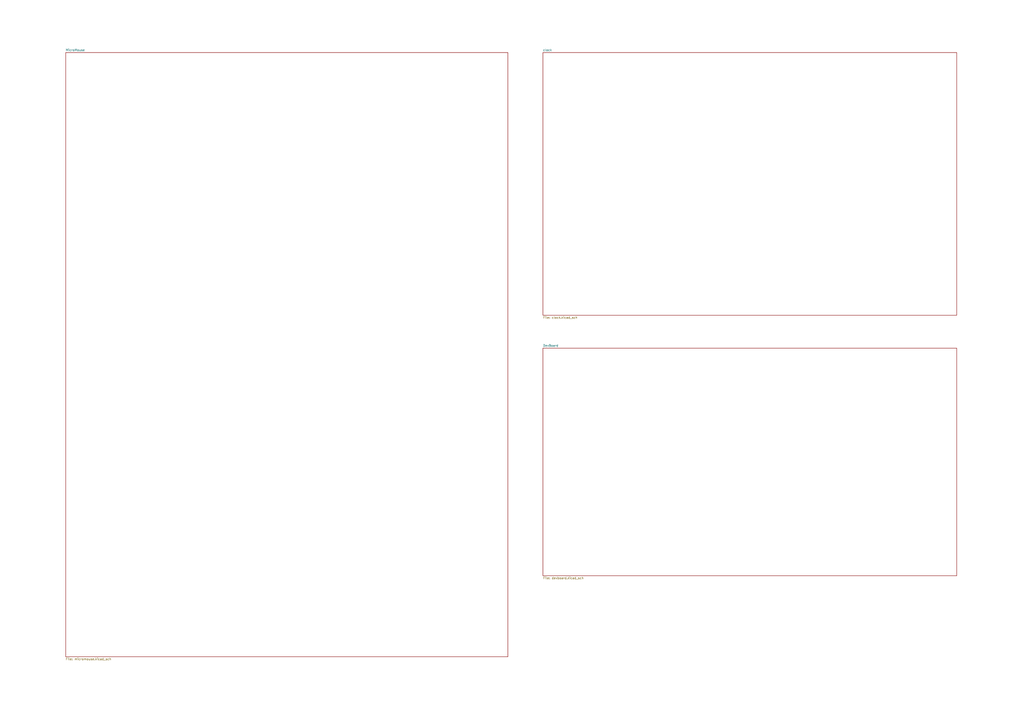
<source format=kicad_sch>
(kicad_sch
	(version 20231120)
	(generator "eeschema")
	(generator_version "8.0")
	(uuid "edf27656-47bc-4351-b96d-7e76378cbc31")
	(paper "A2")
	(title_block
		(title "Micromouse_DevBoard_Clock")
		(rev "0.1")
		(company "IvarsGarage")
	)
	(lib_symbols)
	(sheet
		(at 314.96 30.48)
		(size 240.03 152.4)
		(fields_autoplaced yes)
		(stroke
			(width 0.1524)
			(type solid)
		)
		(fill
			(color 0 0 0 0.0000)
		)
		(uuid "2c762ca4-05ab-4500-b1c5-2eadf767fd9c")
		(property "Sheetname" "clock"
			(at 314.96 29.7684 0)
			(effects
				(font
					(size 1.27 1.27)
				)
				(justify left bottom)
			)
		)
		(property "Sheetfile" "clock.kicad_sch"
			(at 314.96 183.4646 0)
			(effects
				(font
					(size 1.27 1.27)
				)
				(justify left top)
			)
		)
		(instances
			(project "MicroMouse_pcb_v1"
				(path "/edf27656-47bc-4351-b96d-7e76378cbc31"
					(page "3")
				)
			)
		)
	)
	(sheet
		(at 38.1 30.48)
		(size 256.54 350.52)
		(fields_autoplaced yes)
		(stroke
			(width 0.1524)
			(type solid)
		)
		(fill
			(color 0 0 0 0.0000)
		)
		(uuid "f8684af5-e2c5-4247-84a6-0997fbd033b1")
		(property "Sheetname" "MicroMouse"
			(at 38.1 29.7684 0)
			(effects
				(font
					(size 1.27 1.27)
				)
				(justify left bottom)
			)
		)
		(property "Sheetfile" "micromouse.kicad_sch"
			(at 38.1 381.5846 0)
			(effects
				(font
					(size 1.27 1.27)
				)
				(justify left top)
			)
		)
		(instances
			(project "MicroMouse_pcb_v1"
				(path "/edf27656-47bc-4351-b96d-7e76378cbc31"
					(page "2")
				)
			)
		)
	)
	(sheet
		(at 314.96 201.93)
		(size 240.03 132.08)
		(fields_autoplaced yes)
		(stroke
			(width 0.1524)
			(type solid)
		)
		(fill
			(color 0 0 0 0.0000)
		)
		(uuid "fd4eb493-81f4-493f-b2ab-0dc64d2656a2")
		(property "Sheetname" "DevBoard"
			(at 314.96 201.2184 0)
			(effects
				(font
					(size 1.27 1.27)
				)
				(justify left bottom)
			)
		)
		(property "Sheetfile" "devboard.kicad_sch"
			(at 314.96 334.5946 0)
			(effects
				(font
					(size 1.27 1.27)
				)
				(justify left top)
			)
		)
		(instances
			(project "MicroMouse_pcb_v1"
				(path "/edf27656-47bc-4351-b96d-7e76378cbc31"
					(page "4")
				)
			)
		)
	)
	(sheet_instances
		(path "/"
			(page "1")
		)
	)
)

</source>
